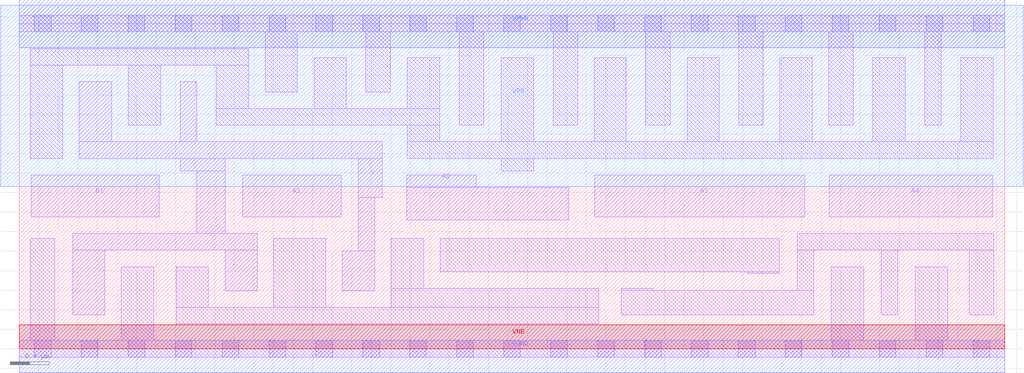
<source format=lef>
# Copyright 2020 The SkyWater PDK Authors
#
# Licensed under the Apache License, Version 2.0 (the "License");
# you may not use this file except in compliance with the License.
# You may obtain a copy of the License at
#
#     https://www.apache.org/licenses/LICENSE-2.0
#
# Unless required by applicable law or agreed to in writing, software
# distributed under the License is distributed on an "AS IS" BASIS,
# WITHOUT WARRANTIES OR CONDITIONS OF ANY KIND, either express or implied.
# See the License for the specific language governing permissions and
# limitations under the License.
#
# SPDX-License-Identifier: Apache-2.0

VERSION 5.7 ;
  NOWIREEXTENSIONATPIN ON ;
  DIVIDERCHAR "/" ;
  BUSBITCHARS "[]" ;
MACRO sky130_fd_sc_ms__a41oi_4
  CLASS CORE ;
  FOREIGN sky130_fd_sc_ms__a41oi_4 ;
  ORIGIN  0.000000  0.000000 ;
  SIZE  10.08000 BY  3.330000 ;
  SYMMETRY X Y ;
  SITE unit ;
  PIN A1
    ANTENNAGATEAREA  1.250400 ;
    DIRECTION INPUT ;
    USE SIGNAL ;
    PORT
      LAYER li1 ;
        RECT 2.285000 1.350000 3.295000 1.780000 ;
    END
  END A1
  PIN A2
    ANTENNAGATEAREA  1.250400 ;
    DIRECTION INPUT ;
    USE SIGNAL ;
    PORT
      LAYER li1 ;
        RECT 3.965000 1.320000 5.620000 1.650000 ;
        RECT 3.965000 1.650000 4.675000 1.780000 ;
    END
  END A2
  PIN A3
    ANTENNAGATEAREA  1.250400 ;
    DIRECTION INPUT ;
    USE SIGNAL ;
    PORT
      LAYER li1 ;
        RECT 5.885000 1.350000 8.035000 1.780000 ;
    END
  END A3
  PIN A4
    ANTENNAGATEAREA  1.250400 ;
    DIRECTION INPUT ;
    USE SIGNAL ;
    PORT
      LAYER li1 ;
        RECT 8.285000 1.350000 9.955000 1.780000 ;
    END
  END A4
  PIN B1
    ANTENNAGATEAREA  1.028400 ;
    DIRECTION INPUT ;
    USE SIGNAL ;
    PORT
      LAYER li1 ;
        RECT 0.125000 1.350000 1.430000 1.780000 ;
    END
  END B1
  PIN Y
    ANTENNADIFFAREA  1.380400 ;
    DIRECTION OUTPUT ;
    USE SIGNAL ;
    PORT
      LAYER li1 ;
        RECT 0.545000 0.350000 0.875000 1.010000 ;
        RECT 0.545000 1.010000 2.435000 1.180000 ;
        RECT 0.615000 1.950000 3.715000 2.120000 ;
        RECT 0.615000 2.120000 0.945000 2.735000 ;
        RECT 1.645000 1.820000 2.105000 1.950000 ;
        RECT 1.645000 2.120000 1.815000 2.735000 ;
        RECT 1.815000 1.180000 2.105000 1.820000 ;
        RECT 2.105000 0.595000 2.435000 1.010000 ;
        RECT 3.305000 0.595000 3.635000 1.000000 ;
        RECT 3.465000 1.000000 3.635000 1.550000 ;
        RECT 3.465000 1.550000 3.715000 1.950000 ;
    END
  END Y
  PIN VGND
    DIRECTION INOUT ;
    USE GROUND ;
    PORT
      LAYER met1 ;
        RECT 0.000000 -0.245000 10.080000 0.245000 ;
    END
  END VGND
  PIN VNB
    DIRECTION INOUT ;
    USE GROUND ;
    PORT
      LAYER pwell ;
        RECT 0.000000 0.000000 10.080000 0.245000 ;
    END
  END VNB
  PIN VPB
    DIRECTION INOUT ;
    USE POWER ;
    PORT
      LAYER nwell ;
        RECT -0.190000 1.660000 10.270000 3.520000 ;
    END
  END VPB
  PIN VPWR
    DIRECTION INOUT ;
    USE POWER ;
    PORT
      LAYER met1 ;
        RECT 0.000000 3.085000 10.080000 3.575000 ;
    END
  END VPWR
  OBS
    LAYER li1 ;
      RECT 0.000000 -0.085000 10.080000 0.085000 ;
      RECT 0.000000  3.245000 10.080000 3.415000 ;
      RECT 0.115000  0.085000  0.365000 1.130000 ;
      RECT 0.115000  1.950000  0.445000 2.905000 ;
      RECT 0.115000  2.905000  2.345000 3.075000 ;
      RECT 1.045000  0.085000  1.375000 0.840000 ;
      RECT 1.115000  2.290000  1.445000 2.905000 ;
      RECT 1.605000  0.255000  5.925000 0.425000 ;
      RECT 1.605000  0.425000  1.935000 0.840000 ;
      RECT 2.015000  2.290000  4.300000 2.460000 ;
      RECT 2.015000  2.460000  2.345000 2.905000 ;
      RECT 2.515000  2.630000  2.845000 3.245000 ;
      RECT 2.605000  0.425000  3.135000 1.130000 ;
      RECT 3.015000  2.460000  3.345000 2.980000 ;
      RECT 3.545000  2.630000  3.795000 3.245000 ;
      RECT 3.805000  0.425000  5.925000 0.620000 ;
      RECT 3.805000  0.620000  4.135000 1.130000 ;
      RECT 3.970000  1.950000  9.960000 2.120000 ;
      RECT 3.970000  2.120000  4.300000 2.290000 ;
      RECT 3.970000  2.460000  4.300000 2.980000 ;
      RECT 4.305000  0.790000  7.775000 1.130000 ;
      RECT 4.500000  2.290000  4.750000 3.245000 ;
      RECT 4.930000  1.820000  5.260000 1.950000 ;
      RECT 4.930000  2.120000  5.260000 2.980000 ;
      RECT 5.460000  2.290000  5.710000 3.245000 ;
      RECT 5.880000  2.120000  6.210000 2.980000 ;
      RECT 6.155000  0.350000  8.125000 0.600000 ;
      RECT 6.155000  0.600000  6.485000 0.620000 ;
      RECT 6.410000  2.290000  6.660000 3.245000 ;
      RECT 6.830000  2.120000  7.160000 2.980000 ;
      RECT 7.360000  2.290000  7.610000 3.245000 ;
      RECT 7.445000  0.770000  7.775000 0.790000 ;
      RECT 7.780000  2.120000  8.110000 2.980000 ;
      RECT 7.955000  0.600000  8.125000 1.010000 ;
      RECT 7.955000  1.010000  9.965000 1.180000 ;
      RECT 8.280000  2.290000  8.530000 3.245000 ;
      RECT 8.305000  0.085000  8.635000 0.840000 ;
      RECT 8.730000  2.120000  9.060000 2.980000 ;
      RECT 8.815000  0.350000  8.985000 1.010000 ;
      RECT 9.165000  0.085000  9.495000 0.840000 ;
      RECT 9.260000  2.290000  9.430000 3.245000 ;
      RECT 9.630000  2.120000  9.960000 2.980000 ;
      RECT 9.715000  0.350000  9.965000 1.010000 ;
    LAYER mcon ;
      RECT 0.155000 -0.085000 0.325000 0.085000 ;
      RECT 0.155000  3.245000 0.325000 3.415000 ;
      RECT 0.635000 -0.085000 0.805000 0.085000 ;
      RECT 0.635000  3.245000 0.805000 3.415000 ;
      RECT 1.115000 -0.085000 1.285000 0.085000 ;
      RECT 1.115000  3.245000 1.285000 3.415000 ;
      RECT 1.595000 -0.085000 1.765000 0.085000 ;
      RECT 1.595000  3.245000 1.765000 3.415000 ;
      RECT 2.075000 -0.085000 2.245000 0.085000 ;
      RECT 2.075000  3.245000 2.245000 3.415000 ;
      RECT 2.555000 -0.085000 2.725000 0.085000 ;
      RECT 2.555000  3.245000 2.725000 3.415000 ;
      RECT 3.035000 -0.085000 3.205000 0.085000 ;
      RECT 3.035000  3.245000 3.205000 3.415000 ;
      RECT 3.515000 -0.085000 3.685000 0.085000 ;
      RECT 3.515000  3.245000 3.685000 3.415000 ;
      RECT 3.995000 -0.085000 4.165000 0.085000 ;
      RECT 3.995000  3.245000 4.165000 3.415000 ;
      RECT 4.475000 -0.085000 4.645000 0.085000 ;
      RECT 4.475000  3.245000 4.645000 3.415000 ;
      RECT 4.955000 -0.085000 5.125000 0.085000 ;
      RECT 4.955000  3.245000 5.125000 3.415000 ;
      RECT 5.435000 -0.085000 5.605000 0.085000 ;
      RECT 5.435000  3.245000 5.605000 3.415000 ;
      RECT 5.915000 -0.085000 6.085000 0.085000 ;
      RECT 5.915000  3.245000 6.085000 3.415000 ;
      RECT 6.395000 -0.085000 6.565000 0.085000 ;
      RECT 6.395000  3.245000 6.565000 3.415000 ;
      RECT 6.875000 -0.085000 7.045000 0.085000 ;
      RECT 6.875000  3.245000 7.045000 3.415000 ;
      RECT 7.355000 -0.085000 7.525000 0.085000 ;
      RECT 7.355000  3.245000 7.525000 3.415000 ;
      RECT 7.835000 -0.085000 8.005000 0.085000 ;
      RECT 7.835000  3.245000 8.005000 3.415000 ;
      RECT 8.315000 -0.085000 8.485000 0.085000 ;
      RECT 8.315000  3.245000 8.485000 3.415000 ;
      RECT 8.795000 -0.085000 8.965000 0.085000 ;
      RECT 8.795000  3.245000 8.965000 3.415000 ;
      RECT 9.275000 -0.085000 9.445000 0.085000 ;
      RECT 9.275000  3.245000 9.445000 3.415000 ;
      RECT 9.755000 -0.085000 9.925000 0.085000 ;
      RECT 9.755000  3.245000 9.925000 3.415000 ;
  END
END sky130_fd_sc_ms__a41oi_4
END LIBRARY

</source>
